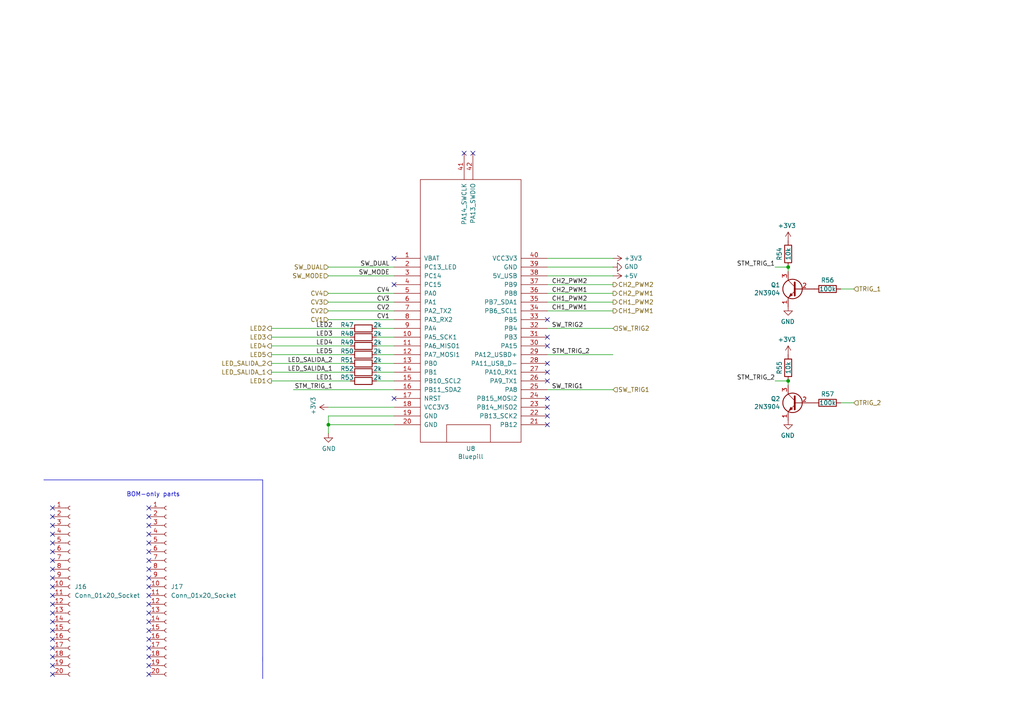
<source format=kicad_sch>
(kicad_sch (version 20231120) (generator "eeschema") (generator_version "8.0")
  (paper "A4")
  (title_block (title "Processor") (date "2024-09-14") (rev "v0.1") (company "Sluisbrinkie"))
  (lib_symbols
    (symbol "Connector:Conn_01x20_Socket" (pin_names (offset 1.016) hide)
      (property "Reference" "J" (at 0 25.4 0))
      (property "Value" "Conn_01x20_Socket" (at 0 -27.94 0))
      (symbol "Conn_01x20_Socket_1_1"
        (arc (start 0 -24.892) (mid -0.5058 -25.4) (end 0 -25.908) (stroke (width 0.1524)))
        (arc (start 0 -22.352) (mid -0.5058 -22.86) (end 0 -23.368) (stroke (width 0.1524)))
        (arc (start 0 -19.812) (mid -0.5058 -20.32) (end 0 -20.828) (stroke (width 0.1524)))
        (arc (start 0 -17.272) (mid -0.5058 -17.78) (end 0 -18.288) (stroke (width 0.1524)))
        (arc (start 0 -14.732) (mid -0.5058 -15.24) (end 0 -15.748) (stroke (width 0.1524)))
        (arc (start 0 -12.192) (mid -0.5058 -12.7) (end 0 -13.208) (stroke (width 0.1524)))
        (arc (start 0 -9.652) (mid -0.5058 -10.16) (end 0 -10.668) (stroke (width 0.1524)))
        (arc (start 0 -7.112) (mid -0.5058 -7.62) (end 0 -8.128) (stroke (width 0.1524)))
        (arc (start 0 -4.572) (mid -0.5058 -5.08) (end 0 -5.588) (stroke (width 0.1524)))
        (arc (start 0 -2.032) (mid -0.5058 -2.54) (end 0 -3.048) (stroke (width 0.1524)))
        (polyline (pts (xy -1.27 -25.4) (xy -0.508 -25.4)) (stroke (width 0.1524)))
        (polyline (pts (xy -1.27 -22.86) (xy -0.508 -22.86)) (stroke (width 0.1524)))
        (polyline (pts (xy -1.27 -20.32) (xy -0.508 -20.32)) (stroke (width 0.1524)))
        (polyline (pts (xy -1.27 -17.78) (xy -0.508 -17.78)) (stroke (width 0.1524)))
        (polyline (pts (xy -1.27 -15.24) (xy -0.508 -15.24)) (stroke (width 0.1524)))
        (polyline (pts (xy -1.27 -12.7) (xy -0.508 -12.7)) (stroke (width 0.1524)))
        (polyline (pts (xy -1.27 -10.16) (xy -0.508 -10.16)) (stroke (width 0.1524)))
        (polyline (pts (xy -1.27 -7.62) (xy -0.508 -7.62)) (stroke (width 0.1524)))
        (polyline (pts (xy -1.27 -5.08) (xy -0.508 -5.08)) (stroke (width 0.1524)))
        (polyline (pts (xy -1.27 -2.54) (xy -0.508 -2.54)) (stroke (width 0.1524)))
        (polyline (pts (xy -1.27 0) (xy -0.508 0)) (stroke (width 0.1524)))
        (polyline (pts (xy -1.27 2.54) (xy -0.508 2.54)) (stroke (width 0.1524)))
        (polyline (pts (xy -1.27 5.08) (xy -0.508 5.08)) (stroke (width 0.1524)))
        (polyline (pts (xy -1.27 7.62) (xy -0.508 7.62)) (stroke (width 0.1524)))
        (polyline (pts (xy -1.27 10.16) (xy -0.508 10.16)) (stroke (width 0.1524)))
        (polyline (pts (xy -1.27 12.7) (xy -0.508 12.7)) (stroke (width 0.1524)))
        (polyline (pts (xy -1.27 15.24) (xy -0.508 15.24)) (stroke (width 0.1524)))
        (polyline (pts (xy -1.27 17.78) (xy -0.508 17.78)) (stroke (width 0.1524)))
        (polyline (pts (xy -1.27 20.32) (xy -0.508 20.32)) (stroke (width 0.1524)))
        (polyline (pts (xy -1.27 22.86) (xy -0.508 22.86)) (stroke (width 0.1524)))
        (arc (start 0 0.508) (mid -0.5058 0) (end 0 -0.508) (stroke (width 0.1524)))
        (arc (start 0 3.048) (mid -0.5058 2.54) (end 0 2.032) (stroke (width 0.1524)))
        (arc (start 0 5.588) (mid -0.5058 5.08) (end 0 4.572) (stroke (width 0.1524)))
        (arc (start 0 8.128) (mid -0.5058 7.62) (end 0 7.112) (stroke (width 0.1524)))
        (arc (start 0 10.668) (mid -0.5058 10.16) (end 0 9.652) (stroke (width 0.1524)))
        (arc (start 0 13.208) (mid -0.5058 12.7) (end 0 12.192) (stroke (width 0.1524)))
        (arc (start 0 15.748) (mid -0.5058 15.24) (end 0 14.732) (stroke (width 0.1524)))
        (arc (start 0 18.288) (mid -0.5058 17.78) (end 0 17.272) (stroke (width 0.1524)))
        (arc (start 0 20.828) (mid -0.5058 20.32) (end 0 19.812) (stroke (width 0.1524)))
        (arc (start 0 23.368) (mid -0.5058 22.86) (end 0 22.352) (stroke (width 0.1524)))
        (pin passive line (at -5.08 22.86 0) (length 3.81) (name "Pin_1") (number "1"))
        (pin passive line (at -5.08 0 0) (length 3.81) (name "Pin_10") (number "10"))
        (pin passive line (at -5.08 -2.54 0) (length 3.81) (name "Pin_11") (number "11"))
        (pin passive line (at -5.08 -5.08 0) (length 3.81) (name "Pin_12") (number "12"))
        (pin passive line (at -5.08 -7.62 0) (length 3.81) (name "Pin_13") (number "13"))
        (pin passive line (at -5.08 -10.16 0) (length 3.81) (name "Pin_14") (number "14"))
        (pin passive line (at -5.08 -12.7 0) (length 3.81) (name "Pin_15") (number "15"))
        (pin passive line (at -5.08 -15.24 0) (length 3.81) (name "Pin_16") (number "16"))
        (pin passive line (at -5.08 -17.78 0) (length 3.81) (name "Pin_17") (number "17"))
        (pin passive line (at -5.08 -20.32 0) (length 3.81) (name "Pin_18") (number "18"))
        (pin passive line (at -5.08 -22.86 0) (length 3.81) (name "Pin_19") (number "19"))
        (pin passive line (at -5.08 20.32 0) (length 3.81) (name "Pin_2") (number "2"))
        (pin passive line (at -5.08 -25.4 0) (length 3.81) (name "Pin_20") (number "20"))
        (pin passive line (at -5.08 17.78 0) (length 3.81) (name "Pin_3") (number "3"))
        (pin passive line (at -5.08 15.24 0) (length 3.81) (name "Pin_4") (number "4"))
        (pin passive line (at -5.08 12.7 0) (length 3.81) (name "Pin_5") (number "5"))
        (pin passive line (at -5.08 10.16 0) (length 3.81) (name "Pin_6") (number "6"))
        (pin passive line (at -5.08 7.62 0) (length 3.81) (name "Pin_7") (number "7"))
        (pin passive line (at -5.08 5.08 0) (length 3.81) (name "Pin_8") (number "8"))
        (pin passive line (at -5.08 2.54 0) (length 3.81) (name "Pin_9") (number "9"))
      )
    )
    (symbol "Device:R" (pin_numbers hide) (pin_names (offset 0))
      (property "Reference" "R" (at 2.032 0 90))
      (property "Value" "R" (at 0 0 90))
      (symbol "R_0_1"
        (rectangle (start -1.016 -2.54) (end 1.016 2.54) (stroke (width 0.254)))
      )
      (symbol "R_1_1"
        (pin passive line (at 0 3.81 270) (length 1.27) (name "~") (number "1"))
        (pin passive line (at 0 -3.81 90) (length 1.27) (name "~") (number "2"))
      )
    )
    (symbol "Transistor_BJT:2N3904" (pin_names (offset 0) hide)
      (property "Reference" "Q" (at 5.08 1.905 0))
      (property "Value" "2N3904" (at 5.08 0 0))
      (symbol "2N3904_0_1"
        (polyline (pts (xy 0.635 0.635) (xy 2.54 2.54)))
        (polyline (pts (xy 0.635 -0.635) (xy 2.54 -2.54) (xy 2.54 -2.54)))
        (polyline (pts (xy 0.635 1.905) (xy 0.635 -1.905) (xy 0.635 -1.905)) (stroke (width 0.508)))
        (polyline (pts (xy 1.27 -1.778) (xy 1.778 -1.27) (xy 2.286 -2.286) (xy 1.27 -1.778) (xy 1.27 -1.778)) (fill (type outline)))
        (circle (center 1.27 0) (radius 2.8194) (stroke (width 0.254)))
      )
      (symbol "2N3904_1_1"
        (pin passive line (at 2.54 -5.08 90) (length 2.54) (name "E") (number "1"))
        (pin passive line (at -5.08 0 0) (length 5.715) (name "B") (number "2"))
        (pin passive line (at 2.54 5.08 270) (length 2.54) (name "C") (number "3"))
      )
    )
    (symbol "bluepill_breakouts:BluePill_STM32F103C" (pin_names (offset 1.016))
      (property "Reference" "U" (at -11.43 -34.29 0))
      (property "Value" "BluePill_STM32F103C" (at 1.27 21.59 0))
      (symbol "BluePill_STM32F103C_0_1"
        (rectangle (start -6.35 -35.56) (end 6.35 -30.48))
      )
      (symbol "BluePill_STM32F103C_1_0"
        (rectangle (start -13.97 -35.56) (end 15.24 40.64))
      )
      (symbol "BluePill_STM32F103C_1_1"
        (pin power_in line (at -21.59 17.78 0) (length 7.62) (name "VBAT") (number "1"))
        (pin bidirectional line (at -21.59 -5.08 0) (length 7.62) (name "PA5_SCK1") (number "10"))
        (pin bidirectional line (at -21.59 -7.62 0) (length 7.62) (name "PA6_MISO1") (number "11"))
        (pin bidirectional line (at -21.59 -10.16 0) (length 7.62) (name "PA7_MOSI1") (number "12"))
        (pin bidirectional line (at -21.59 -12.7 0) (length 7.62) (name "PB0") (number "13"))
        (pin bidirectional line (at -21.59 -15.24 0) (length 7.62) (name "PB1") (number "14"))
        (pin bidirectional line (at -21.59 -17.78 0) (length 7.62) (name "PB10_SCL2") (number "15"))
        (pin bidirectional line (at -21.59 -20.32 0) (length 7.62) (name "PB11_SDA2") (number "16"))
        (pin input line (at -21.59 -22.86 0) (length 7.62) (name "NRST") (number "17"))
        (pin bidirectional line (at -21.59 -25.4 0) (length 7.62) (name "VCC3V3") (number "18"))
        (pin power_in line (at -21.59 -27.94 0) (length 7.62) (name "GND") (number "19"))
        (pin bidirectional line (at -21.59 15.24 0) (length 7.62) (name "PC13_LED") (number "2"))
        (pin power_in line (at -21.59 -30.48 0) (length 7.62) (name "GND") (number "20"))
        (pin bidirectional line (at 22.86 -30.48 180) (length 7.62) (name "PB12") (number "21"))
        (pin bidirectional line (at 22.86 -27.94 180) (length 7.62) (name "PB13_SCK2") (number "22"))
        (pin bidirectional line (at 22.86 -25.4 180) (length 7.62) (name "PB14_MISO2") (number "23"))
        (pin bidirectional line (at 22.86 -22.86 180) (length 7.62) (name "PB15_MOSI2") (number "24"))
        (pin bidirectional line (at 22.86 -20.32 180) (length 7.62) (name "PA8") (number "25"))
        (pin bidirectional line (at 22.86 -17.78 180) (length 7.62) (name "PA9_TX1") (number "26"))
        (pin bidirectional line (at 22.86 -15.24 180) (length 7.62) (name "PA10_RX1") (number "27"))
        (pin bidirectional line (at 22.86 -12.7 180) (length 7.62) (name "PA11_USB_D-") (number "28"))
        (pin bidirectional line (at 22.86 -10.16 180) (length 7.62) (name "PA12_USBD+") (number "29"))
        (pin bidirectional line (at -21.59 12.7 0) (length 7.62) (name "PC14") (number "3"))
        (pin bidirectional line (at 22.86 -7.62 180) (length 7.62) (name "PA15") (number "30"))
        (pin bidirectional line (at 22.86 -5.08 180) (length 7.62) (name "PB3") (number "31"))
        (pin bidirectional line (at 22.86 -2.54 180) (length 7.62) (name "PB4") (number "32"))
        (pin bidirectional line (at 22.86 0 180) (length 7.62) (name "PB5") (number "33"))
        (pin bidirectional line (at 22.86 2.54 180) (length 7.62) (name "PB6_SCL1") (number "34"))
        (pin bidirectional line (at 22.86 5.08 180) (length 7.62) (name "PB7_SDA1") (number "35"))
        (pin bidirectional line (at 22.86 7.62 180) (length 7.62) (name "PB8") (number "36"))
        (pin bidirectional line (at 22.86 10.16 180) (length 7.62) (name "PB9") (number "37"))
        (pin bidirectional line (at 22.86 12.7 180) (length 7.62) (name "5V_USB") (number "38"))
        (pin power_in line (at 22.86 15.24 180) (length 7.62) (name "GND") (number "39"))
        (pin bidirectional line (at -21.59 10.16 0) (length 7.62) (name "PC15") (number "4"))
        (pin bidirectional line (at 22.86 17.78 180) (length 7.62) (name "VCC3V3") (number "40"))
        (pin bidirectional line (at -1.27 48.26 270) (length 7.62) (name "PA14_SWCLK") (number "41"))
        (pin bidirectional line (at 1.27 48.26 270) (length 7.62) (name "PA13_SWDIO") (number "42"))
        (pin bidirectional line (at -21.59 7.62 0) (length 7.62) (name "PA0") (number "5"))
        (pin bidirectional line (at -21.59 5.08 0) (length 7.62) (name "PA1") (number "6"))
        (pin bidirectional line (at -21.59 2.54 0) (length 7.62) (name "PA2_TX2") (number "7"))
        (pin bidirectional line (at -21.59 0 0) (length 7.62) (name "PA3_RX2") (number "8"))
        (pin bidirectional line (at -21.59 -2.54 0) (length 7.62) (name "PA4") (number "9"))
      )
    )
    (symbol "power:+3V3" (power) (pin_numbers hide) (pin_names (offset 0) hide)
      (property "Value" "+3V3" (at 0 3.556 0))
      (symbol "+3V3_0_1"
        (polyline (pts (xy -0.762 1.27) (xy 0 2.54)))
        (polyline (pts (xy 0 0) (xy 0 2.54)))
        (polyline (pts (xy 0 2.54) (xy 0.762 1.27)))
      )
      (symbol "+3V3_1_1"
        (pin power_in line (at 0 0 90) (length 0) (name "~") (number "1"))
      )
    )
    (symbol "power:+5V" (power) (pin_numbers hide) (pin_names (offset 0) hide)
      (property "Value" "+5V" (at 0 3.556 0))
      (symbol "+5V_0_1"
        (polyline (pts (xy -0.762 1.27) (xy 0 2.54)))
        (polyline (pts (xy 0 0) (xy 0 2.54)))
        (polyline (pts (xy 0 2.54) (xy 0.762 1.27)))
      )
      (symbol "+5V_1_1"
        (pin power_in line (at 0 0 90) (length 0) (name "~") (number "1"))
      )
    )
    (symbol "power:GND" (power) (pin_numbers hide) (pin_names (offset 0) hide)
      (property "Value" "GND" (at 0 -3.81 0))
      (symbol "GND_0_1"
        (polyline (pts (xy 0 0) (xy 0 -1.27) (xy 1.27 -1.27) (xy 0 -2.54) (xy -1.27 -1.27) (xy 0 -1.27)))
      )
      (symbol "GND_1_1"
        (pin power_in line (at 0 0 270) (length 0) (name "~") (number "1"))
      )
    )
  )
  (junction (at 228.6 77.47))
  (junction (at 95.25 123.19))
  (junction (at 228.6 110.49))
  (no_connect (at 15.24 167.64))
  (no_connect (at 158.75 97.79))
  (no_connect (at 43.18 177.8))
  (no_connect (at 43.18 147.32))
  (no_connect (at 158.75 118.11))
  (no_connect (at 15.24 182.88))
  (no_connect (at 15.24 154.94))
  (no_connect (at 15.24 149.86))
  (no_connect (at 158.75 110.49))
  (no_connect (at 158.75 92.71))
  (no_connect (at 43.18 167.64))
  (no_connect (at 114.3 82.55))
  (no_connect (at 137.16 44.45))
  (no_connect (at 43.18 190.5))
  (no_connect (at 15.24 175.26))
  (no_connect (at 114.3 115.57))
  (no_connect (at 15.24 193.04))
  (no_connect (at 15.24 180.34))
  (no_connect (at 43.18 162.56))
  (no_connect (at 15.24 190.5))
  (no_connect (at 15.24 177.8))
  (no_connect (at 43.18 180.34))
  (no_connect (at 43.18 157.48))
  (no_connect (at 15.24 172.72))
  (no_connect (at 43.18 187.96))
  (no_connect (at 15.24 157.48))
  (no_connect (at 158.75 105.41))
  (no_connect (at 158.75 107.95))
  (no_connect (at 43.18 160.02))
  (no_connect (at 43.18 193.04))
  (no_connect (at 43.18 185.42))
  (no_connect (at 43.18 152.4))
  (no_connect (at 15.24 147.32))
  (no_connect (at 15.24 162.56))
  (no_connect (at 158.75 100.33))
  (no_connect (at 134.62 44.45))
  (no_connect (at 15.24 165.1))
  (no_connect (at 43.18 182.88))
  (no_connect (at 43.18 195.58))
  (no_connect (at 43.18 172.72))
  (no_connect (at 15.24 170.18))
  (no_connect (at 43.18 154.94))
  (no_connect (at 15.24 195.58))
  (no_connect (at 15.24 185.42))
  (no_connect (at 158.75 123.19))
  (no_connect (at 114.3 74.93))
  (no_connect (at 43.18 165.1))
  (no_connect (at 43.18 149.86))
  (no_connect (at 15.24 187.96))
  (no_connect (at 158.75 120.65))
  (no_connect (at 43.18 170.18))
  (no_connect (at 158.75 115.57))
  (no_connect (at 15.24 160.02))
  (no_connect (at 43.18 175.26))
  (no_connect (at 15.24 152.4))
  (wire (pts (xy 78.74 105.41) (xy 101.6 105.41)))
  (wire (pts (xy 95.25 123.19) (xy 95.25 125.73)))
  (wire (pts (xy 158.75 113.03) (xy 177.8 113.03)))
  (wire (pts (xy 158.75 87.63) (xy 177.8 87.63)))
  (wire (pts (xy 158.75 90.17) (xy 177.8 90.17)))
  (wire (pts (xy 85.09 113.03) (xy 114.3 113.03)))
  (wire (pts (xy 158.75 80.01) (xy 177.8 80.01)))
  (polyline (pts (xy 76.2 190.5) (xy 76.2 191.77)))
  (wire (pts (xy 78.74 107.95) (xy 101.6 107.95)))
  (wire (pts (xy 158.75 82.55) (xy 177.8 82.55)))
  (wire (pts (xy 158.75 102.87) (xy 177.8 102.87)))
  (wire (pts (xy 224.79 110.49) (xy 228.6 110.49)))
  (wire (pts (xy 224.79 77.47) (xy 228.6 77.47)))
  (wire (pts (xy 109.22 110.49) (xy 114.3 110.49)))
  (wire (pts (xy 228.6 110.49) (xy 228.6 111.76)))
  (polyline (pts (xy 76.2 191.77) (xy 76.2 196.85)))
  (wire (pts (xy 95.25 85.09) (xy 114.3 85.09)))
  (wire (pts (xy 228.6 77.47) (xy 228.6 78.74)))
  (wire (pts (xy 158.75 77.47) (xy 177.8 77.47)))
  (wire (pts (xy 95.25 123.19) (xy 114.3 123.19)))
  (wire (pts (xy 109.22 107.95) (xy 114.3 107.95)))
  (wire (pts (xy 243.84 116.84) (xy 247.65 116.84)))
  (wire (pts (xy 78.74 110.49) (xy 101.6 110.49)))
  (wire (pts (xy 95.25 90.17) (xy 114.3 90.17)))
  (wire (pts (xy 109.22 102.87) (xy 114.3 102.87)))
  (wire (pts (xy 95.25 87.63) (xy 114.3 87.63)))
  (wire (pts (xy 78.74 97.79) (xy 101.6 97.79)))
  (wire (pts (xy 95.25 80.01) (xy 114.3 80.01)))
  (wire (pts (xy 158.75 74.93) (xy 177.8 74.93)))
  (wire (pts (xy 95.25 92.71) (xy 114.3 92.71)))
  (wire (pts (xy 95.25 118.11) (xy 114.3 118.11)))
  (polyline (pts (xy 12.7 139.192) (xy 76.2 139.192)))
  (wire (pts (xy 78.74 100.33) (xy 101.6 100.33)))
  (wire (pts (xy 243.84 83.82) (xy 247.65 83.82)))
  (wire (pts (xy 109.22 95.25) (xy 114.3 95.25)))
  (wire (pts (xy 158.75 85.09) (xy 177.8 85.09)))
  (wire (pts (xy 158.75 95.25) (xy 177.8 95.25)))
  (wire (pts (xy 95.25 123.19) (xy 95.25 120.65)))
  (wire (pts (xy 95.25 120.65) (xy 114.3 120.65)))
  (wire (pts (xy 109.22 100.33) (xy 114.3 100.33)))
  (wire (pts (xy 109.22 105.41) (xy 114.3 105.41)))
  (wire (pts (xy 78.74 102.87) (xy 101.6 102.87)))
  (wire (pts (xy 109.22 97.79) (xy 114.3 97.79)))
  (wire (pts (xy 78.74 95.25) (xy 101.6 95.25)))
  (polyline (pts (xy 76.2 139.192) (xy 76.2 191.77)))
  (wire (pts (xy 95.25 77.47) (xy 114.3 77.47)))
  (text "BOM-only parts\n" (at 44.45 143.51 0) (effects (font (size 1.27 1.27))))
  (label "LED2" (at 96.52 95.25 180))
  (label "LED4" (at 96.52 100.33 180))
  (label "CH2_PWM1" (at 160.02 85.09 0))
  (label "CV3" (at 113.03 87.63 180))
  (label "STM_TRIG_2" (at 224.79 110.49 180))
  (label "LED_SALIDA_1" (at 96.52 107.95 180))
  (label "SW_DUAL" (at 113.03 77.47 180))
  (label "SW_TRIG2" (at 160.02 95.25 0))
  (label "CV1" (at 113.03 92.71 180))
  (label "STM_TRIG_1" (at 224.79 77.47 180))
  (label "STM_TRIG_2" (at 160.02 102.87 0))
  (label "STM_TRIG_1" (at 96.52 113.03 180))
  (label "LED3" (at 96.52 97.79 180))
  (label "CH1_PWM1" (at 160.02 90.17 0))
  (label "CV4" (at 113.03 85.09 180))
  (label "SW_TRIG1" (at 160.02 113.03 0))
  (label "LED1" (at 96.52 110.49 180))
  (label "CH1_PWM2" (at 160.02 87.63 0))
  (label "SW_MODE" (at 113.03 80.01 180))
  (label "LED_SALIDA_2" (at 96.52 105.41 180))
  (label "CV2" (at 113.03 90.17 180))
  (label "CH2_PWM2" (at 160.02 82.55 0))
  (label "LED5" (at 96.52 102.87 180))
  (hierarchical_label "CH2_PWM1" (shape output) (at 177.8 85.09 0))
  (hierarchical_label "LED4" (shape output) (at 78.74 100.33 180))
  (hierarchical_label "SW_TRIG2" (shape input) (at 177.8 95.25 0))
  (hierarchical_label "CV4" (shape input) (at 95.25 85.09 180))
  (hierarchical_label "CH2_PWM2" (shape output) (at 177.8 82.55 0))
  (hierarchical_label "CH1_PWM1" (shape output) (at 177.8 90.17 0))
  (hierarchical_label "CH1_PWM2" (shape output) (at 177.8 87.63 0))
  (hierarchical_label "SW_TRIG1" (shape input) (at 177.8 113.03 0))
  (hierarchical_label "LED_SALIDA_1" (shape output) (at 78.74 107.95 180))
  (hierarchical_label "CV3" (shape input) (at 95.25 87.63 180))
  (hierarchical_label "CV2" (shape input) (at 95.25 90.17 180))
  (hierarchical_label "LED3" (shape output) (at 78.74 97.79 180))
  (hierarchical_label "SW_DUAL" (shape input) (at 95.25 77.47 180))
  (hierarchical_label "LED5" (shape output) (at 78.74 102.87 180))
  (hierarchical_label "SW_MODE" (shape input) (at 95.25 80.01 180))
  (hierarchical_label "LED2" (shape output) (at 78.74 95.25 180))
  (hierarchical_label "CV1" (shape input) (at 95.25 92.71 180))
  (hierarchical_label "LED1" (shape output) (at 78.74 110.49 180))
  (hierarchical_label "TRIG_2" (shape input) (at 247.65 116.84 0))
  (hierarchical_label "LED_SALIDA_2" (shape output) (at 78.74 105.41 180))
  (hierarchical_label "TRIG_1" (shape input) (at 247.65 83.82 0))
  (symbol (lib_id "Device:R") (at 105.41 110.49 90) (unit 1)
    (property "Reference" "R53" (at 102.616 109.474 90) (effects (justify left)))
    (property "Value" "2k" (at 110.744 109.474 90) (effects (justify left)))
    (property "Footprint" "Resistor_THT:R_Axial_DIN0207_L6.3mm_D2.5mm_P7.62mm_Horizontal" (effects (hide yes)))
  )
  (symbol (lib_id "power:+3V3") (at 95.25 118.11 90) (unit 1)
    (property "Reference" "#PWR071" (effects (hide yes)))
    (property "Value" "+3V3" (at 90.8558 117.729 0))
  )
  (symbol (lib_id "Device:R") (at 228.6 73.66 0) (mirror y) (unit 1)
    (property "Reference" "R54" (at 226.06 73.66 90))
    (property "Value" "10k" (at 228.6 73.66 90))
    (property "Footprint" "Resistor_THT:R_Axial_DIN0207_L6.3mm_D2.5mm_P7.62mm_Horizontal" (effects (hide yes)))
  )
  (symbol (lib_id "power:+3V3") (at 177.8 74.93 270) (unit 1)
    (property "Reference" "#PWR073" (effects (hide yes)))
    (property "Value" "+3V3" (at 183.642 74.93 90))
  )
  (symbol (lib_id "power:+5V") (at 177.8 80.01 270) (unit 1)
    (property "Reference" "#PWR075" (effects (hide yes)))
    (property "Value" "+5V" (at 180.848 80.01 90) (effects (justify left)))
  )
  (symbol (lib_id "Device:R") (at 105.41 97.79 90) (unit 1)
    (property "Reference" "R48" (at 102.616 96.774 90) (effects (justify left)))
    (property "Value" "2k" (at 110.744 96.774 90) (effects (justify left)))
    (property "Footprint" "Resistor_THT:R_Axial_DIN0207_L6.3mm_D2.5mm_P7.62mm_Horizontal" (effects (hide yes)))
  )
  (symbol (lib_id "power:GND") (at 228.6 88.9 0) (mirror y) (unit 1)
    (property "Reference" "#PWR077" (effects (hide yes)))
    (property "Value" "GND" (at 228.473 93.2942 0))
  )
  (symbol (lib_id "power:+3V3") (at 228.6 102.87 0) (mirror y) (unit 1)
    (property "Reference" "#PWR078" (effects (hide yes)))
    (property "Value" "+3V3" (at 228.219 98.4758 0))
  )
  (symbol (lib_id "power:GND") (at 228.6 121.92 0) (mirror y) (unit 1)
    (property "Reference" "#PWR079" (effects (hide yes)))
    (property "Value" "GND" (at 228.473 126.3142 0))
  )
  (symbol (lib_id "Connector:Conn_01x20_Socket") (at 48.26 170.18 0) (unit 1) (on_board no)
    (property "Reference" "J17" (at 49.53 170.1799 0) (effects (justify left)))
    (property "Value" "Conn_01x20_Socket" (at 49.53 172.7199 0) (effects (justify left)))
    (property "Description" "Generic connector, single row, 01x20, script generated" (effects (hide yes)))
  )
  (symbol (lib_id "Device:R") (at 228.6 106.68 0) (mirror y) (unit 1)
    (property "Reference" "R55" (at 226.06 106.68 90))
    (property "Value" "10k" (at 228.6 106.68 90))
    (property "Footprint" "Resistor_THT:R_Axial_DIN0207_L6.3mm_D2.5mm_P7.62mm_Horizontal" (effects (hide yes)))
  )
  (symbol (lib_id "power:GND") (at 95.25 125.73 0) (unit 1)
    (property "Reference" "#PWR072" (effects (hide yes)))
    (property "Value" "GND" (at 95.377 130.1242 0))
  )
  (symbol (lib_id "Transistor_BJT:2N3904") (at 231.14 83.82 0) (mirror y) (unit 1)
    (property "Reference" "Q1" (at 226.314 82.6516 0) (effects (justify left)))
    (property "Value" "2N3904" (at 226.314 84.963 0) (effects (justify left)))
    (property "Footprint" "Package_TO_SOT_THT:TO-92_Inline_Wide" (effects (hide yes)))
    (property "Datasheet" "https://www.fairchildsemi.com/datasheets/2N/2N3904.pdf" (effects (hide yes)))
  )
  (symbol (lib_id "Device:R") (at 105.41 105.41 90) (unit 1)
    (property "Reference" "R51" (at 102.616 104.394 90) (effects (justify left)))
    (property "Value" "2k" (at 110.744 104.394 90) (effects (justify left)))
    (property "Footprint" "Resistor_THT:R_Axial_DIN0207_L6.3mm_D2.5mm_P7.62mm_Horizontal" (effects (hide yes)))
  )
  (symbol (lib_id "Connector:Conn_01x20_Socket") (at 20.32 170.18 0) (unit 1) (on_board no)
    (property "Reference" "J16" (at 21.59 170.1799 0) (effects (justify left)))
    (property "Value" "Conn_01x20_Socket" (at 21.59 172.7199 0) (effects (justify left)))
    (property "Description" "Generic connector, single row, 01x20, script generated" (effects (hide yes)))
  )
  (symbol (lib_id "power:GND") (at 177.8 77.47 90) (unit 1)
    (property "Reference" "#PWR074" (effects (hide yes)))
    (property "Value" "GND" (at 181.0512 77.343 90) (effects (justify right)))
  )
  (symbol (lib_id "Device:R") (at 240.03 116.84 270) (mirror x) (unit 1)
    (property "Reference" "R57" (at 240.03 114.3 90))
    (property "Value" "100k" (at 240.03 116.84 90))
    (property "Footprint" "Resistor_THT:R_Axial_DIN0207_L6.3mm_D2.5mm_P7.62mm_Horizontal" (effects (hide yes)))
  )
  (symbol (lib_id "power:+3V3") (at 228.6 69.85 0) (mirror y) (unit 1)
    (property "Reference" "#PWR076" (effects (hide yes)))
    (property "Value" "+3V3" (at 228.219 65.4558 0))
  )
  (symbol (lib_id "Device:R") (at 105.41 102.87 90) (unit 1)
    (property "Reference" "R50" (at 102.616 101.854 90) (effects (justify left)))
    (property "Value" "2k" (at 110.744 101.854 90) (effects (justify left)))
    (property "Footprint" "Resistor_THT:R_Axial_DIN0207_L6.3mm_D2.5mm_P7.62mm_Horizontal" (effects (hide yes)))
  )
  (symbol (lib_id "Device:R") (at 240.03 83.82 270) (mirror x) (unit 1)
    (property "Reference" "R56" (at 240.03 81.28 90))
    (property "Value" "100k" (at 240.03 83.82 90))
    (property "Footprint" "Resistor_THT:R_Axial_DIN0207_L6.3mm_D2.5mm_P7.62mm_Horizontal" (effects (hide yes)))
  )
  (symbol (lib_id "Transistor_BJT:2N3904") (at 231.14 116.84 0) (mirror y) (unit 1)
    (property "Reference" "Q2" (at 226.314 115.6716 0) (effects (justify left)))
    (property "Value" "2N3904" (at 226.314 117.983 0) (effects (justify left)))
    (property "Footprint" "Package_TO_SOT_THT:TO-92_Inline_Wide" (effects (hide yes)))
    (property "Datasheet" "https://www.fairchildsemi.com/datasheets/2N/2N3904.pdf" (effects (hide yes)))
  )
  (symbol (lib_id "bluepill_breakouts:BluePill_STM32F103C") (at 135.89 92.71 0) (unit 1)
    (property "Reference" "U8" (at 136.525 130.1242 0))
    (property "Value" "Bluepill" (at 136.525 132.4356 0))
    (property "Footprint" "BluePill_breakouts:BluePill_STM32F103C" (effects (hide yes)))
    (property "Datasheet" "http://www.ti.com/lit/ds/symlink/tl071.pdf" (effects (hide yes)))
  )
  (symbol (lib_id "Device:R") (at 105.41 100.33 90) (unit 1)
    (property "Reference" "R49" (at 102.616 99.314 90) (effects (justify left)))
    (property "Value" "2k" (at 110.744 99.314 90) (effects (justify left)))
    (property "Footprint" "Resistor_THT:R_Axial_DIN0207_L6.3mm_D2.5mm_P7.62mm_Horizontal" (effects (hide yes)))
  )
  (symbol (lib_id "Device:R") (at 105.41 107.95 90) (unit 1)
    (property "Reference" "R52" (at 102.616 106.934 90) (effects (justify left)))
    (property "Value" "2k" (at 110.744 106.934 90) (effects (justify left)))
    (property "Footprint" "Resistor_THT:R_Axial_DIN0207_L6.3mm_D2.5mm_P7.62mm_Horizontal" (effects (hide yes)))
  )
  (symbol (lib_id "Device:R") (at 105.41 95.25 90) (unit 1)
    (property "Reference" "R47" (at 102.616 94.234 90) (effects (justify left)))
    (property "Value" "2k" (at 110.744 94.234 90) (effects (justify left)))
    (property "Footprint" "Resistor_THT:R_Axial_DIN0207_L6.3mm_D2.5mm_P7.62mm_Horizontal" (effects (hide yes)))
  )
)
</source>
